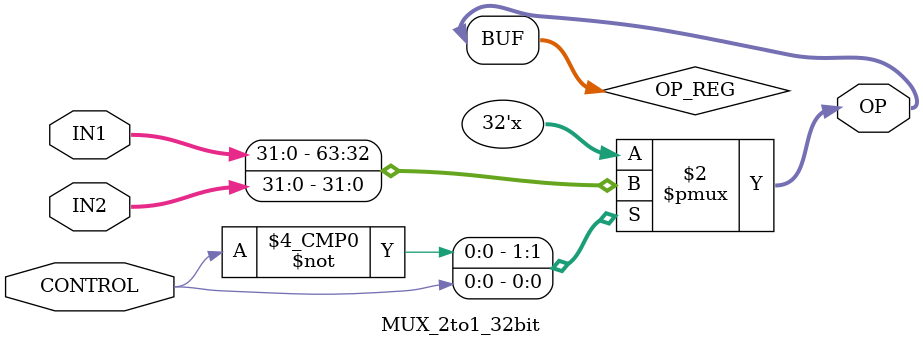
<source format=v>
`timescale 1ns / 1ps


module MUX_2to1_32bit(
    input [31:0] IN1,
    input [31:0] IN2,
    output [31:0] OP,
    input CONTROL
    );
    
    reg [31:0] OP_REG;
    
    always@(*)
    begin
        case(CONTROL)
            1'b0: OP_REG = IN1;
            1'b1: OP_REG = IN2;
        endcase
    end
    
    assign OP = OP_REG;
endmodule

/*module MUX_4to1_32bit(
    input [31:0] IN1,
    input [31:0] IN2,
    input [31:0] IN3,
    input [31:0] IN4,
    output [31:0] OP,
    input [1:0] CONTROL
    );
    
    reg [31:0] OP_REG;
    
    always@(*)
    begin
        case(CONTROL)
            2'b00: OP_REG = IN1;
            2'b01: OP_REG = IN2;
            2'b10: OP_REG = IN3;
            2'b11: OP_REG = IN4;
        endcase
    end
    
    assign OP = OP_REG;
endmodule*/

</source>
